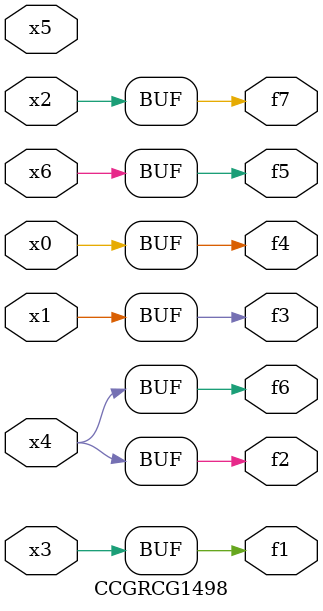
<source format=v>
module CCGRCG1498(
	input x0, x1, x2, x3, x4, x5, x6,
	output f1, f2, f3, f4, f5, f6, f7
);
	assign f1 = x3;
	assign f2 = x4;
	assign f3 = x1;
	assign f4 = x0;
	assign f5 = x6;
	assign f6 = x4;
	assign f7 = x2;
endmodule

</source>
